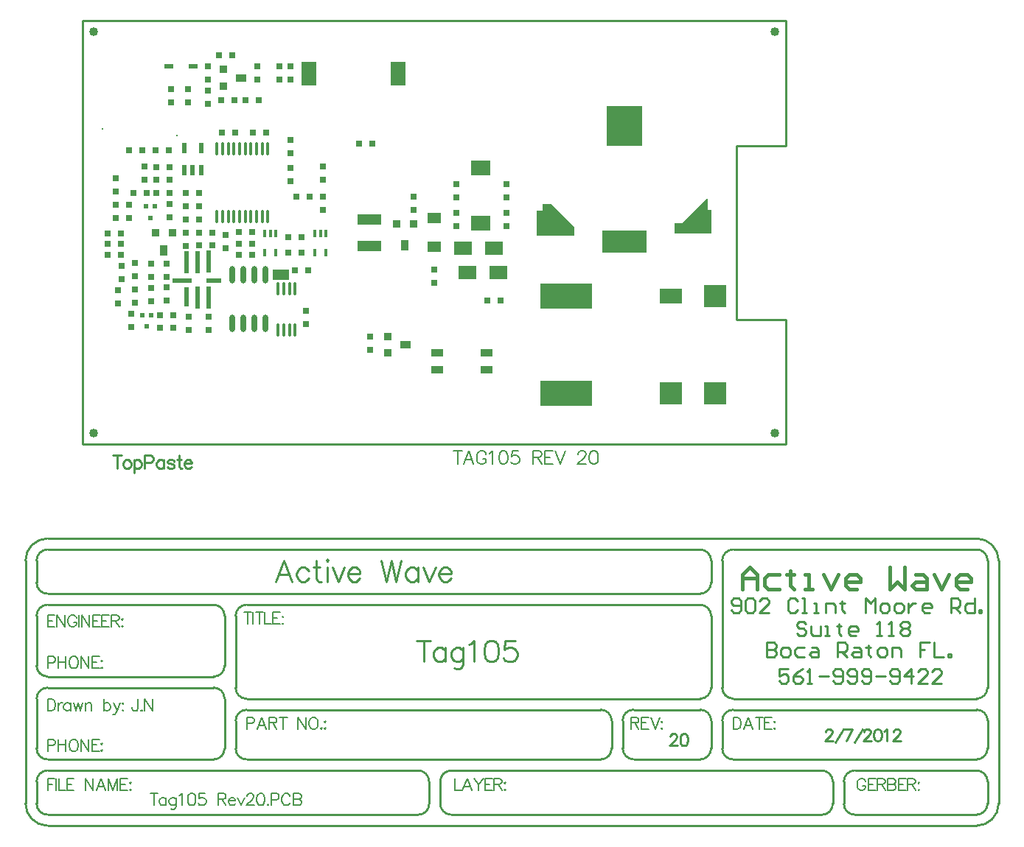
<source format=gtp>
%FSLAX25Y25*%
%MOIN*%
G70*
G01*
G75*
G04 Layer_Color=8421504*
%ADD10R,0.01378X0.03543*%
%ADD11R,0.01378X0.03543*%
%ADD12R,0.05700X0.03500*%
%ADD13R,0.23622X0.11811*%
%ADD14R,0.03000X0.03000*%
%ADD15R,0.05000X0.03600*%
%ADD16R,0.03600X0.03600*%
%ADD17R,0.11000X0.04500*%
%ADD18R,0.03600X0.03600*%
%ADD19R,0.03600X0.05000*%
%ADD20R,0.02000X0.05000*%
%ADD21O,0.01600X0.06000*%
%ADD22R,0.02362X0.02362*%
%ADD23R,0.06299X0.05118*%
%ADD24O,0.01600X0.06000*%
%ADD25R,0.09000X0.02362*%
%ADD26R,0.02362X0.10000*%
%ADD27R,0.07000X0.02362*%
%ADD28R,0.02362X0.09000*%
%ADD29O,0.02400X0.08000*%
%ADD30R,0.10000X0.07000*%
%ADD31R,0.10000X0.10000*%
%ADD32C,0.02000*%
%ADD33R,0.20000X0.10000*%
%ADD34R,0.16000X0.18000*%
%ADD35R,0.09055X0.06693*%
%ADD36R,0.08000X0.06000*%
%ADD37C,0.01200*%
%ADD38R,0.07000X0.11000*%
%ADD39R,0.03000X0.03000*%
%ADD40R,0.03937X0.02165*%
%ADD41C,0.04000*%
%ADD42R,0.07400X0.04500*%
%ADD43C,0.04000*%
%ADD44C,0.01500*%
%ADD45C,0.02500*%
%ADD46C,0.00600*%
%ADD47C,0.01600*%
%ADD48C,0.01000*%
%ADD49C,0.01400*%
%ADD50C,0.00800*%
%ADD51C,0.02000*%
%ADD52C,0.03000*%
%ADD53C,0.07400*%
%ADD54C,0.01200*%
%ADD55C,0.00984*%
%ADD56C,0.00900*%
%ADD57C,0.00500*%
%ADD58C,0.06200*%
%ADD59R,0.06200X0.06200*%
%ADD60C,0.19500*%
%ADD61C,0.07000*%
%ADD62C,0.07800*%
%ADD63C,0.12200*%
%ADD64R,0.05000X0.05000*%
%ADD65C,0.02800*%
%ADD66R,0.07000X0.07000*%
%ADD67C,0.05500*%
%ADD68C,0.00400*%
%ADD69C,0.00600*%
G36*
X217253Y93412D02*
Y89312D01*
X200354D01*
Y100612D01*
X203053D01*
Y103512D01*
X207154D01*
X217253Y93412D01*
D02*
G37*
G36*
X277654Y100912D02*
X279254D01*
Y90312D01*
X262754D01*
Y95012D01*
X265854D01*
X276853Y106012D01*
X277654D01*
Y100912D01*
D02*
G37*
D10*
X82459Y90431D02*
D03*
X105159D02*
D03*
D11*
X82459Y81769D02*
D03*
X77341D02*
D03*
X79900Y90431D02*
D03*
X77341D02*
D03*
X100041D02*
D03*
X102600D02*
D03*
X100041Y81769D02*
D03*
X105159D02*
D03*
D12*
X177800Y28750D02*
D03*
Y36450D02*
D03*
X155200Y28550D02*
D03*
Y36450D02*
D03*
D13*
X213500Y62047D02*
D03*
Y17953D02*
D03*
D14*
X125000Y37500D02*
D03*
Y43500D02*
D03*
X34900Y149559D02*
D03*
Y155559D02*
D03*
X26100Y65500D02*
D03*
Y59500D02*
D03*
X103600Y101100D02*
D03*
Y107100D02*
D03*
X47600Y102600D02*
D03*
Y96600D02*
D03*
X154000Y74000D02*
D03*
Y68000D02*
D03*
X15900Y97200D02*
D03*
Y103200D02*
D03*
X103500Y120600D02*
D03*
Y114600D02*
D03*
X9900Y115200D02*
D03*
Y109200D02*
D03*
Y103200D02*
D03*
Y97200D02*
D03*
X11100Y64694D02*
D03*
Y58694D02*
D03*
X33100Y76600D02*
D03*
Y70600D02*
D03*
X144500Y101000D02*
D03*
Y107000D02*
D03*
X41600Y96600D02*
D03*
Y102600D02*
D03*
X186500Y99500D02*
D03*
Y93500D02*
D03*
Y106500D02*
D03*
Y112500D02*
D03*
X164000Y99500D02*
D03*
Y93500D02*
D03*
Y112500D02*
D03*
Y106500D02*
D03*
X96087Y49300D02*
D03*
Y55300D02*
D03*
X34200Y97500D02*
D03*
Y103500D02*
D03*
X22900Y114700D02*
D03*
Y120700D02*
D03*
X89000Y114000D02*
D03*
Y120000D02*
D03*
X17100Y48100D02*
D03*
Y54100D02*
D03*
X52041Y46659D02*
D03*
Y52659D02*
D03*
X89000Y126500D02*
D03*
Y132500D02*
D03*
X43041Y46659D02*
D03*
Y52659D02*
D03*
X33000Y60100D02*
D03*
Y66100D02*
D03*
X18500Y59100D02*
D03*
Y65100D02*
D03*
X18600Y71100D02*
D03*
Y77100D02*
D03*
X51500Y160000D02*
D03*
Y166000D02*
D03*
X74000Y160000D02*
D03*
Y166000D02*
D03*
X84000Y160000D02*
D03*
Y166000D02*
D03*
X89000Y160000D02*
D03*
Y166000D02*
D03*
X41600Y84800D02*
D03*
Y90800D02*
D03*
X59600Y83600D02*
D03*
Y89600D02*
D03*
X12500Y75500D02*
D03*
Y69500D02*
D03*
X26100Y76600D02*
D03*
Y70600D02*
D03*
X42500Y155500D02*
D03*
Y149500D02*
D03*
X51500Y149000D02*
D03*
Y155000D02*
D03*
D15*
X66500Y160700D02*
D03*
X140900Y39900D02*
D03*
D16*
X58500Y157000D02*
D03*
Y164500D02*
D03*
X132900Y43700D02*
D03*
Y36200D02*
D03*
D17*
X124500Y84500D02*
D03*
Y96500D02*
D03*
D18*
X144500Y94500D02*
D03*
X137020D02*
D03*
X28100Y90800D02*
D03*
X35600D02*
D03*
D19*
X140760Y85051D02*
D03*
X31800Y82800D02*
D03*
D20*
X48600Y119100D02*
D03*
X44800D02*
D03*
X48600Y129100D02*
D03*
X41100D02*
D03*
Y119100D02*
D03*
D21*
X60887Y97891D02*
D03*
X71123D02*
D03*
X58328Y128600D02*
D03*
X60887D02*
D03*
X76241D02*
D03*
X66005D02*
D03*
X58328Y97891D02*
D03*
X55769Y128600D02*
D03*
X78800D02*
D03*
X76241Y97891D02*
D03*
X73682D02*
D03*
X71123Y128600D02*
D03*
X68564Y97891D02*
D03*
X66005D02*
D03*
X73682Y128600D02*
D03*
X63446D02*
D03*
X78800Y97891D02*
D03*
X68564Y128600D02*
D03*
X63446Y97891D02*
D03*
X55769D02*
D03*
D22*
X22100Y53300D02*
D03*
X26037D02*
D03*
X24069Y48182D02*
D03*
X25668Y97382D02*
D03*
X27637Y102500D02*
D03*
X23700D02*
D03*
D23*
X154015Y84204D02*
D03*
Y97196D02*
D03*
D24*
X85982Y65400D02*
D03*
X91100Y46715D02*
D03*
X88541Y65400D02*
D03*
X91100D02*
D03*
X83423Y46715D02*
D03*
X88541D02*
D03*
X85982D02*
D03*
X83423Y65400D02*
D03*
D25*
X40107Y69032D02*
D03*
D26*
X42100Y77400D02*
D03*
X47100D02*
D03*
X52000Y77500D02*
D03*
X52100Y61194D02*
D03*
X47100D02*
D03*
D27*
X54307Y69032D02*
D03*
D28*
X42100Y61694D02*
D03*
D29*
X77800Y49500D02*
D03*
X67800Y71500D02*
D03*
X77800D02*
D03*
X72800D02*
D03*
X62800D02*
D03*
X72800Y49500D02*
D03*
X67800D02*
D03*
X62800D02*
D03*
D30*
X261000Y62000D02*
D03*
D31*
Y18000D02*
D03*
X281000D02*
D03*
Y62000D02*
D03*
D32*
X208353Y94512D02*
D03*
X271354Y95012D02*
D03*
D33*
X239854Y86512D02*
D03*
D34*
Y138900D02*
D03*
D35*
X175000Y120098D02*
D03*
Y94902D02*
D03*
D36*
X169000Y72500D02*
D03*
X183000D02*
D03*
X181000Y83500D02*
D03*
X167000D02*
D03*
D37*
X37600Y134500D02*
D03*
X3900Y137800D02*
D03*
D38*
X137700Y162500D02*
D03*
X97300D02*
D03*
D39*
X71500Y91000D02*
D03*
X65500D02*
D03*
X56500Y171000D02*
D03*
X62500D02*
D03*
X74500Y150500D02*
D03*
X68500D02*
D03*
X63500D02*
D03*
X57500D02*
D03*
X41600Y108600D02*
D03*
X47600D02*
D03*
X184000Y60000D02*
D03*
X178000D02*
D03*
X47600Y90600D02*
D03*
X53600D02*
D03*
X21900Y128100D02*
D03*
X15900D02*
D03*
X34200Y120300D02*
D03*
X28200D02*
D03*
X34200Y114500D02*
D03*
X28200D02*
D03*
X29900Y53400D02*
D03*
X35900D02*
D03*
X28200Y108500D02*
D03*
X34200D02*
D03*
X71500Y80500D02*
D03*
X65500D02*
D03*
X6400Y90400D02*
D03*
X12400D02*
D03*
X71500Y85500D02*
D03*
X65500D02*
D03*
X36041Y47659D02*
D03*
X30041D02*
D03*
X18000Y108800D02*
D03*
X24000D02*
D03*
X120000Y131000D02*
D03*
X126000D02*
D03*
X97600Y107100D02*
D03*
X91600D02*
D03*
X72100Y136100D02*
D03*
X78100D02*
D03*
X58000Y136000D02*
D03*
X64000D02*
D03*
X97000Y73500D02*
D03*
X91000D02*
D03*
X28100Y128100D02*
D03*
X34100D02*
D03*
X53500Y85000D02*
D03*
X47500D02*
D03*
X88000Y88500D02*
D03*
X94000D02*
D03*
X88000Y81500D02*
D03*
X94000D02*
D03*
X6400Y80500D02*
D03*
X12400D02*
D03*
X6400Y85500D02*
D03*
X12400D02*
D03*
D40*
X44894Y166000D02*
D03*
X34106D02*
D03*
D41*
X0Y0D02*
D03*
X308000Y181500D02*
D03*
X0D02*
D03*
X308000Y0D02*
D03*
D42*
X84600Y71800D02*
D03*
D44*
X293352Y-70690D02*
Y-64025D01*
X296685Y-60693D01*
X300017Y-64025D01*
Y-70690D01*
Y-65691D01*
X293352D01*
X310014Y-64025D02*
X305015D01*
X303349Y-65691D01*
Y-69024D01*
X305015Y-70690D01*
X310014D01*
X315012Y-62359D02*
Y-64025D01*
X313346D01*
X316678D01*
X315012D01*
Y-69024D01*
X316678Y-70690D01*
X321676D02*
X325009D01*
X323342D01*
Y-64025D01*
X321676D01*
X330007D02*
X333339Y-70690D01*
X336672Y-64025D01*
X345002Y-70690D02*
X341670D01*
X340004Y-69024D01*
Y-65691D01*
X341670Y-64025D01*
X345002D01*
X346668Y-65691D01*
Y-67357D01*
X340004D01*
X359997Y-60693D02*
Y-70690D01*
X363330Y-67357D01*
X366662Y-70690D01*
Y-60693D01*
X371660Y-64025D02*
X374992D01*
X376659Y-65691D01*
Y-70690D01*
X371660D01*
X369994Y-69024D01*
X371660Y-67357D01*
X376659D01*
X379991Y-64025D02*
X383323Y-70690D01*
X386655Y-64025D01*
X394986Y-70690D02*
X391654D01*
X389988Y-69024D01*
Y-65691D01*
X391654Y-64025D01*
X394986D01*
X396652Y-65691D01*
Y-67357D01*
X389988D01*
D46*
X164501Y-8097D02*
Y-14100D01*
X162500Y-8097D02*
X166502D01*
X171790Y-14100D02*
X169503Y-8097D01*
X167216Y-14100D01*
X168074Y-12099D02*
X170932D01*
X177478Y-9527D02*
X177192Y-8955D01*
X176620Y-8383D01*
X176049Y-8097D01*
X174906D01*
X174334Y-8383D01*
X173762Y-8955D01*
X173476Y-9527D01*
X173190Y-10384D01*
Y-11813D01*
X173476Y-12671D01*
X173762Y-13242D01*
X174334Y-13814D01*
X174906Y-14100D01*
X176049D01*
X176620Y-13814D01*
X177192Y-13242D01*
X177478Y-12671D01*
Y-11813D01*
X176049D02*
X177478D01*
X178850Y-9241D02*
X179422Y-8955D01*
X180279Y-8097D01*
Y-14100D01*
X184967Y-8097D02*
X184109Y-8383D01*
X183538Y-9241D01*
X183252Y-10670D01*
Y-11527D01*
X183538Y-12957D01*
X184109Y-13814D01*
X184967Y-14100D01*
X185539D01*
X186396Y-13814D01*
X186968Y-12957D01*
X187254Y-11527D01*
Y-10670D01*
X186968Y-9241D01*
X186396Y-8383D01*
X185539Y-8097D01*
X184967D01*
X192027D02*
X189169D01*
X188883Y-10670D01*
X189169Y-10384D01*
X190026Y-10098D01*
X190884D01*
X191742Y-10384D01*
X192313Y-10956D01*
X192599Y-11813D01*
Y-12385D01*
X192313Y-13242D01*
X191742Y-13814D01*
X190884Y-14100D01*
X190026D01*
X189169Y-13814D01*
X188883Y-13528D01*
X188597Y-12957D01*
X198659Y-8097D02*
Y-14100D01*
Y-8097D02*
X201231D01*
X202089Y-8383D01*
X202375Y-8669D01*
X202661Y-9241D01*
Y-9812D01*
X202375Y-10384D01*
X202089Y-10670D01*
X201231Y-10956D01*
X198659D01*
X200660D02*
X202661Y-14100D01*
X207720Y-8097D02*
X204004D01*
Y-14100D01*
X207720D01*
X204004Y-10956D02*
X206291D01*
X208720Y-8097D02*
X211007Y-14100D01*
X213294Y-8097D02*
X211007Y-14100D01*
X219068Y-9527D02*
Y-9241D01*
X219354Y-8669D01*
X219639Y-8383D01*
X220211Y-8097D01*
X221355D01*
X221926Y-8383D01*
X222212Y-8669D01*
X222498Y-9241D01*
Y-9812D01*
X222212Y-10384D01*
X221640Y-11242D01*
X218782Y-14100D01*
X222784D01*
X225842Y-8097D02*
X224985Y-8383D01*
X224413Y-9241D01*
X224127Y-10670D01*
Y-11527D01*
X224413Y-12957D01*
X224985Y-13814D01*
X225842Y-14100D01*
X226414D01*
X227272Y-13814D01*
X227843Y-12957D01*
X228129Y-11527D01*
Y-10670D01*
X227843Y-9241D01*
X227272Y-8383D01*
X226414Y-8097D01*
X225842D01*
D48*
X-5000Y186500D02*
X313000D01*
Y130000D02*
Y186500D01*
X290500Y62000D02*
Y122900D01*
X313000Y-5000D02*
Y51400D01*
X-5000Y-5000D02*
X313000D01*
X-5000D02*
Y186500D01*
X299000Y51400D02*
X313000D01*
X290500D02*
Y63000D01*
Y51400D02*
X302000D01*
X290500Y121500D02*
Y130000D01*
X313000D01*
X404192Y-130118D02*
G03*
X399292Y-125218I-4900J0D01*
G01*
X289192D02*
G03*
X284192Y-130218I0J-5000D01*
G01*
X399192Y-120218D02*
G03*
X404192Y-115218I0J5000D01*
G01*
X284192D02*
G03*
X289192Y-120218I5000J0D01*
G01*
X-20808Y-47718D02*
G03*
X-30808Y-57718I0J-10000D01*
G01*
Y-167618D02*
G03*
X-20884Y-177716I10100J0D01*
G01*
X399192Y-177718D02*
G03*
X409192Y-167718I0J10000D01*
G01*
Y-57718D02*
G03*
X399192Y-47718I-10000J0D01*
G01*
X404192Y-57618D02*
G03*
X399121Y-52721I-4900J0D01*
G01*
X399192Y-147718D02*
G03*
X404192Y-142718I0J5000D01*
G01*
X404192Y-157630D02*
G03*
X399192Y-152717I-5000J-87D01*
G01*
Y-172718D02*
G03*
X404192Y-167718I0J5000D01*
G01*
X274192Y-147718D02*
G03*
X279192Y-142718I0J5000D01*
G01*
X284192Y-142818D02*
G03*
X289177Y-147717I4900J0D01*
G01*
X279192Y-130118D02*
G03*
X274292Y-125218I-4900J0D01*
G01*
X-25808Y-167718D02*
G03*
X-20895Y-172717I5000J0D01*
G01*
X274279Y-120218D02*
G03*
X279193Y-115218I-87J5000D01*
G01*
X-20808Y-152718D02*
G03*
X-25808Y-157718I0J-5000D01*
G01*
X279192Y-82718D02*
G03*
X274192Y-77718I-5000J0D01*
G01*
Y-72718D02*
G03*
X279192Y-67718I0J5000D01*
G01*
X289192Y-52718D02*
G03*
X284192Y-57718I0J-5000D01*
G01*
X279192D02*
G03*
X274192Y-52718I-5000J0D01*
G01*
X-20808D02*
G03*
X-25808Y-57718I0J-5000D01*
G01*
Y-67718D02*
G03*
X-20808Y-72718I5000J0D01*
G01*
Y-77718D02*
G03*
X-25808Y-82718I0J-5000D01*
G01*
Y-105218D02*
G03*
X-20808Y-110218I5000J0D01*
G01*
Y-115218D02*
G03*
X-25808Y-120218I0J-5000D01*
G01*
Y-142718D02*
G03*
X-20895Y-147717I5000J0D01*
G01*
X69192Y-77718D02*
G03*
X64192Y-82718I0J-5000D01*
G01*
X69192Y-125218D02*
G03*
X64192Y-130218I0J-5000D01*
G01*
X243992Y-125218D02*
G03*
X239199Y-130269I0J-4800D01*
G01*
X239192Y-142618D02*
G03*
X244203Y-147717I5100J0D01*
G01*
X229292Y-147718D02*
G03*
X234191Y-142732I0J4900D01*
G01*
X234192Y-130118D02*
G03*
X229292Y-125218I-4900J0D01*
G01*
X54292Y-147718D02*
G03*
X59192Y-142818I0J4900D01*
G01*
X64192D02*
G03*
X69092Y-147718I4900J0D01*
G01*
X64192Y-115318D02*
G03*
X69092Y-120218I4900J0D01*
G01*
X59192Y-120118D02*
G03*
X54121Y-115221I-4900J0D01*
G01*
X54392Y-110218D02*
G03*
X59192Y-105418I0J4800D01*
G01*
Y-82618D02*
G03*
X54292Y-77718I-4900J0D01*
G01*
X344192Y-152718D02*
G03*
X339192Y-157718I0J-5000D01*
G01*
Y-167818D02*
G03*
X344178Y-172717I4900J0D01*
G01*
X329308Y-172718D02*
G03*
X334190Y-167750I84J4800D01*
G01*
X334192Y-157718D02*
G03*
X329192Y-152718I-5000J0D01*
G01*
X156692Y-167718D02*
G03*
X161605Y-172717I5000J0D01*
G01*
X161692Y-152718D02*
G03*
X156692Y-157718I0J-5000D01*
G01*
X146808Y-172718D02*
G03*
X151690Y-167750I84J4800D01*
G01*
X151692Y-157718D02*
G03*
X146692Y-152718I-5000J0D01*
G01*
X404192Y-142718D02*
Y-130118D01*
X284192Y-142718D02*
Y-130218D01*
X404192Y-115218D02*
Y-57718D01*
X284192Y-115218D02*
Y-57718D01*
X-30808Y-167718D02*
Y-57718D01*
X-25808Y-167718D02*
Y-157718D01*
X404192Y-167718D02*
Y-157718D01*
X279192Y-142718D02*
Y-130218D01*
X239192Y-142718D02*
Y-130218D01*
X64192Y-142718D02*
Y-130218D01*
X234192Y-142718D02*
Y-130218D01*
X64192Y-115218D02*
Y-82718D01*
X279192Y-115218D02*
Y-82718D01*
Y-67718D02*
Y-57718D01*
X-25808Y-67718D02*
Y-57718D01*
X59192Y-105218D02*
Y-82718D01*
X-25808Y-105218D02*
Y-82718D01*
X59192Y-142718D02*
Y-120218D01*
X-25808Y-142718D02*
Y-120218D01*
X409192Y-167718D02*
Y-57718D01*
X339192Y-167718D02*
Y-157718D01*
X334192Y-167718D02*
Y-157718D01*
X156692Y-167718D02*
Y-157718D01*
X151692Y-167718D02*
Y-157718D01*
X289192Y-125218D02*
X399192D01*
X289192Y-120218D02*
X399192D01*
X69192D02*
X274192D01*
X289192Y-52718D02*
X399192D01*
X289192Y-147718D02*
X399192D01*
X244192Y-125218D02*
X274192D01*
X244192Y-147718D02*
X274192D01*
X69192D02*
X229192D01*
X69192Y-125218D02*
X229192D01*
X69192Y-77718D02*
X274192D01*
X-20808Y-72718D02*
X274192D01*
X-20808Y-77718D02*
X54192D01*
X-20808Y-110218D02*
X54192D01*
X-20808Y-115218D02*
X54192D01*
X-20808Y-147718D02*
X54192D01*
X-20808Y-47718D02*
X399192D01*
X-20808Y-177718D02*
X399192D01*
X-20808Y-52718D02*
X274192D01*
X344192Y-152718D02*
X399192D01*
X344192Y-172718D02*
X399192D01*
X161692Y-152718D02*
X329192D01*
X-20808D02*
X146692D01*
X-20808Y-172718D02*
X146692D01*
X161692D02*
X329192D01*
X322117Y-86358D02*
X321051Y-85292D01*
X318919D01*
X317852Y-86358D01*
Y-87424D01*
X318919Y-88491D01*
X321051D01*
X322117Y-89557D01*
Y-90623D01*
X321051Y-91690D01*
X318919D01*
X317852Y-90623D01*
X324250Y-87424D02*
Y-90623D01*
X325317Y-91690D01*
X328516D01*
Y-87424D01*
X330648Y-91690D02*
X332781D01*
X331714D01*
Y-87424D01*
X330648D01*
X337046Y-86358D02*
Y-87424D01*
X335980D01*
X338112D01*
X337046D01*
Y-90623D01*
X338112Y-91690D01*
X344510D02*
X342378D01*
X341311Y-90623D01*
Y-88491D01*
X342378Y-87424D01*
X344510D01*
X345577Y-88491D01*
Y-89557D01*
X341311D01*
X354107Y-91690D02*
X356240D01*
X355173D01*
Y-85292D01*
X354107Y-86358D01*
X359439Y-91690D02*
X361571D01*
X360505D01*
Y-85292D01*
X359439Y-86358D01*
X364770D02*
X365837Y-85292D01*
X367969D01*
X369036Y-86358D01*
Y-87424D01*
X367969Y-88491D01*
X369036Y-89557D01*
Y-90623D01*
X367969Y-91690D01*
X365837D01*
X364770Y-90623D01*
Y-89557D01*
X365837Y-88491D01*
X364770Y-87424D01*
Y-86358D01*
X365837Y-88491D02*
X367969D01*
X314118Y-106792D02*
X309852D01*
Y-109991D01*
X311985Y-108924D01*
X313051D01*
X314118Y-109991D01*
Y-112123D01*
X313051Y-113190D01*
X310919D01*
X309852Y-112123D01*
X320515Y-106792D02*
X318383Y-107858D01*
X316250Y-109991D01*
Y-112123D01*
X317317Y-113190D01*
X319449D01*
X320515Y-112123D01*
Y-111057D01*
X319449Y-109991D01*
X316250D01*
X322648Y-113190D02*
X324781D01*
X323714D01*
Y-106792D01*
X322648Y-107858D01*
X327980Y-109991D02*
X332245D01*
X334378Y-112123D02*
X335444Y-113190D01*
X337577D01*
X338643Y-112123D01*
Y-107858D01*
X337577Y-106792D01*
X335444D01*
X334378Y-107858D01*
Y-108924D01*
X335444Y-109991D01*
X338643D01*
X340776Y-112123D02*
X341842Y-113190D01*
X343974D01*
X345041Y-112123D01*
Y-107858D01*
X343974Y-106792D01*
X341842D01*
X340776Y-107858D01*
Y-108924D01*
X341842Y-109991D01*
X345041D01*
X347174Y-112123D02*
X348240Y-113190D01*
X350373D01*
X351439Y-112123D01*
Y-107858D01*
X350373Y-106792D01*
X348240D01*
X347174Y-107858D01*
Y-108924D01*
X348240Y-109991D01*
X351439D01*
X353571D02*
X357837D01*
X359969Y-112123D02*
X361036Y-113190D01*
X363168D01*
X364235Y-112123D01*
Y-107858D01*
X363168Y-106792D01*
X361036D01*
X359969Y-107858D01*
Y-108924D01*
X361036Y-109991D01*
X364235D01*
X369566Y-113190D02*
Y-106792D01*
X366367Y-109991D01*
X370633D01*
X377030Y-113190D02*
X372765D01*
X377030Y-108924D01*
Y-107858D01*
X375964Y-106792D01*
X373832D01*
X372765Y-107858D01*
X383428Y-113190D02*
X379163D01*
X383428Y-108924D01*
Y-107858D01*
X382362Y-106792D01*
X380229D01*
X379163Y-107858D01*
X288352Y-80123D02*
X289419Y-81190D01*
X291551D01*
X292618Y-80123D01*
Y-75858D01*
X291551Y-74792D01*
X289419D01*
X288352Y-75858D01*
Y-76925D01*
X289419Y-77991D01*
X292618D01*
X294750Y-75858D02*
X295816Y-74792D01*
X297949D01*
X299015Y-75858D01*
Y-80123D01*
X297949Y-81190D01*
X295816D01*
X294750Y-80123D01*
Y-75858D01*
X305413Y-81190D02*
X301148D01*
X305413Y-76925D01*
Y-75858D01*
X304347Y-74792D01*
X302214D01*
X301148Y-75858D01*
X318209D02*
X317143Y-74792D01*
X315010D01*
X313944Y-75858D01*
Y-80123D01*
X315010Y-81190D01*
X317143D01*
X318209Y-80123D01*
X320342Y-81190D02*
X322475D01*
X321408D01*
Y-74792D01*
X320342D01*
X325674Y-81190D02*
X327806D01*
X326740D01*
Y-76925D01*
X325674D01*
X331005Y-81190D02*
Y-76925D01*
X334204D01*
X335270Y-77991D01*
Y-81190D01*
X338469Y-75858D02*
Y-76925D01*
X337403D01*
X339536D01*
X338469D01*
Y-80123D01*
X339536Y-81190D01*
X349133D02*
Y-74792D01*
X351265Y-76925D01*
X353398Y-74792D01*
Y-81190D01*
X356597D02*
X358730D01*
X359796Y-80123D01*
Y-77991D01*
X358730Y-76925D01*
X356597D01*
X355531Y-77991D01*
Y-80123D01*
X356597Y-81190D01*
X362995D02*
X365127D01*
X366194Y-80123D01*
Y-77991D01*
X365127Y-76925D01*
X362995D01*
X361928Y-77991D01*
Y-80123D01*
X362995Y-81190D01*
X368326Y-76925D02*
Y-81190D01*
Y-79057D01*
X369393Y-77991D01*
X370459Y-76925D01*
X371525D01*
X377923Y-81190D02*
X375791D01*
X374724Y-80123D01*
Y-77991D01*
X375791Y-76925D01*
X377923D01*
X378990Y-77991D01*
Y-79057D01*
X374724D01*
X387520Y-81190D02*
Y-74792D01*
X390719D01*
X391785Y-75858D01*
Y-77991D01*
X390719Y-79057D01*
X387520D01*
X389653D02*
X391785Y-81190D01*
X398183Y-74792D02*
Y-81190D01*
X394984D01*
X393918Y-80123D01*
Y-77991D01*
X394984Y-76925D01*
X398183D01*
X400316Y-81190D02*
Y-80123D01*
X401382D01*
Y-81190D01*
X400316D01*
X304352Y-94792D02*
Y-101190D01*
X307551D01*
X308617Y-100123D01*
Y-99057D01*
X307551Y-97991D01*
X304352D01*
X307551D01*
X308617Y-96925D01*
Y-95858D01*
X307551Y-94792D01*
X304352D01*
X311817Y-101190D02*
X313949D01*
X315016Y-100123D01*
Y-97991D01*
X313949Y-96925D01*
X311817D01*
X310750Y-97991D01*
Y-100123D01*
X311817Y-101190D01*
X321413Y-96925D02*
X318214D01*
X317148Y-97991D01*
Y-100123D01*
X318214Y-101190D01*
X321413D01*
X324612Y-96925D02*
X326745D01*
X327811Y-97991D01*
Y-101190D01*
X324612D01*
X323546Y-100123D01*
X324612Y-99057D01*
X327811D01*
X336342Y-101190D02*
Y-94792D01*
X339541D01*
X340607Y-95858D01*
Y-97991D01*
X339541Y-99057D01*
X336342D01*
X338474D02*
X340607Y-101190D01*
X343806Y-96925D02*
X345939D01*
X347005Y-97991D01*
Y-101190D01*
X343806D01*
X342740Y-100123D01*
X343806Y-99057D01*
X347005D01*
X350204Y-95858D02*
Y-96925D01*
X349138D01*
X351270D01*
X350204D01*
Y-100123D01*
X351270Y-101190D01*
X355536D02*
X357668D01*
X358735Y-100123D01*
Y-97991D01*
X357668Y-96925D01*
X355536D01*
X354469Y-97991D01*
Y-100123D01*
X355536Y-101190D01*
X360867D02*
Y-96925D01*
X364066D01*
X365133Y-97991D01*
Y-101190D01*
X377928Y-94792D02*
X373663D01*
Y-97991D01*
X375796D01*
X373663D01*
Y-101190D01*
X380061Y-94792D02*
Y-101190D01*
X384326D01*
X386459D02*
Y-100123D01*
X387525D01*
Y-101190D01*
X386459D01*
D50*
X20028Y-120491D02*
Y-124554D01*
X19774Y-125315D01*
X19520Y-125569D01*
X19012Y-125823D01*
X18504D01*
X17996Y-125569D01*
X17742Y-125315D01*
X17489Y-124554D01*
Y-124046D01*
X21653Y-125315D02*
X21399Y-125569D01*
X21653Y-125823D01*
X21907Y-125569D01*
X21653Y-125315D01*
X23075Y-120491D02*
Y-125823D01*
Y-120491D02*
X26629Y-125823D01*
Y-120491D02*
Y-125823D01*
D55*
X10501Y-10097D02*
Y-16100D01*
X8500Y-10097D02*
X12502D01*
X14646Y-12098D02*
X14074Y-12384D01*
X13502Y-12956D01*
X13216Y-13813D01*
Y-14385D01*
X13502Y-15243D01*
X14074Y-15814D01*
X14646Y-16100D01*
X15503D01*
X16075Y-15814D01*
X16646Y-15243D01*
X16932Y-14385D01*
Y-13813D01*
X16646Y-12956D01*
X16075Y-12384D01*
X15503Y-12098D01*
X14646D01*
X18247D02*
Y-18101D01*
Y-12956D02*
X18819Y-12384D01*
X19390Y-12098D01*
X20248D01*
X20820Y-12384D01*
X21391Y-12956D01*
X21677Y-13813D01*
Y-14385D01*
X21391Y-15243D01*
X20820Y-15814D01*
X20248Y-16100D01*
X19390D01*
X18819Y-15814D01*
X18247Y-15243D01*
X22964Y-13242D02*
X25536D01*
X26394Y-12956D01*
X26680Y-12670D01*
X26965Y-12098D01*
Y-11241D01*
X26680Y-10669D01*
X26394Y-10383D01*
X25536Y-10097D01*
X22964D01*
Y-16100D01*
X31739Y-12098D02*
Y-16100D01*
Y-12956D02*
X31167Y-12384D01*
X30595Y-12098D01*
X29738D01*
X29166Y-12384D01*
X28595Y-12956D01*
X28309Y-13813D01*
Y-14385D01*
X28595Y-15243D01*
X29166Y-15814D01*
X29738Y-16100D01*
X30595D01*
X31167Y-15814D01*
X31739Y-15243D01*
X36484Y-12956D02*
X36198Y-12384D01*
X35340Y-12098D01*
X34483D01*
X33625Y-12384D01*
X33340Y-12956D01*
X33625Y-13527D01*
X34197Y-13813D01*
X35626Y-14099D01*
X36198Y-14385D01*
X36484Y-14957D01*
Y-15243D01*
X36198Y-15814D01*
X35340Y-16100D01*
X34483D01*
X33625Y-15814D01*
X33340Y-15243D01*
X38599Y-10097D02*
Y-14957D01*
X38885Y-15814D01*
X39456Y-16100D01*
X40028D01*
X37742Y-12098D02*
X39742D01*
X40886Y-13813D02*
X44316D01*
Y-13242D01*
X44030Y-12670D01*
X43744Y-12384D01*
X43172Y-12098D01*
X42315D01*
X41743Y-12384D01*
X41172Y-12956D01*
X40886Y-13813D01*
Y-14385D01*
X41172Y-15243D01*
X41743Y-15814D01*
X42315Y-16100D01*
X43172D01*
X43744Y-15814D01*
X44316Y-15243D01*
D56*
X330923Y-135201D02*
Y-134947D01*
X331177Y-134439D01*
X331431Y-134185D01*
X331939Y-133931D01*
X332954D01*
X333462Y-134185D01*
X333716Y-134439D01*
X333970Y-134947D01*
Y-135455D01*
X333716Y-135963D01*
X333208Y-136724D01*
X330669Y-139264D01*
X334224D01*
X335417Y-140025D02*
X338972Y-133931D01*
X342882D02*
X340343Y-139264D01*
X339328Y-133931D02*
X342882D01*
X344076Y-140025D02*
X347631Y-133931D01*
X348240Y-135201D02*
Y-134947D01*
X348494Y-134439D01*
X348748Y-134185D01*
X349256Y-133931D01*
X350272D01*
X350779Y-134185D01*
X351033Y-134439D01*
X351287Y-134947D01*
Y-135455D01*
X351033Y-135963D01*
X350525Y-136724D01*
X347986Y-139264D01*
X351541D01*
X354258Y-133931D02*
X353496Y-134185D01*
X352988Y-134947D01*
X352734Y-136217D01*
Y-136978D01*
X352988Y-138248D01*
X353496Y-139010D01*
X354258Y-139264D01*
X354766D01*
X355528Y-139010D01*
X356035Y-138248D01*
X356289Y-136978D01*
Y-136217D01*
X356035Y-134947D01*
X355528Y-134185D01*
X354766Y-133931D01*
X354258D01*
X357483Y-134947D02*
X357991Y-134693D01*
X358752Y-133931D01*
Y-139264D01*
X361647Y-135201D02*
Y-134947D01*
X361901Y-134439D01*
X362155Y-134185D01*
X362663Y-133931D01*
X363678D01*
X364186Y-134185D01*
X364440Y-134439D01*
X364694Y-134947D01*
Y-135455D01*
X364440Y-135963D01*
X363932Y-136724D01*
X361393Y-139264D01*
X364948D01*
X260696Y-137405D02*
Y-137151D01*
X260950Y-136643D01*
X261204Y-136389D01*
X261712Y-136135D01*
X262727D01*
X263235Y-136389D01*
X263489Y-136643D01*
X263743Y-137151D01*
Y-137659D01*
X263489Y-138167D01*
X262981Y-138928D01*
X260442Y-141468D01*
X263997D01*
X266714Y-136135D02*
X265952Y-136389D01*
X265444Y-137151D01*
X265190Y-138421D01*
Y-139182D01*
X265444Y-140452D01*
X265952Y-141214D01*
X266714Y-141468D01*
X267221D01*
X267983Y-141214D01*
X268491Y-140452D01*
X268745Y-139182D01*
Y-138421D01*
X268491Y-137151D01*
X267983Y-136389D01*
X267221Y-136135D01*
X266714D01*
X89505Y-67218D02*
X85848Y-57620D01*
X82192Y-67218D01*
X83563Y-64018D02*
X88134D01*
X97229Y-62190D02*
X96315Y-61276D01*
X95401Y-60819D01*
X94029D01*
X93115Y-61276D01*
X92201Y-62190D01*
X91744Y-63561D01*
Y-64475D01*
X92201Y-65847D01*
X93115Y-66761D01*
X94029Y-67218D01*
X95401D01*
X96315Y-66761D01*
X97229Y-65847D01*
X100656Y-57620D02*
Y-65390D01*
X101114Y-66761D01*
X102028Y-67218D01*
X102942D01*
X99285Y-60819D02*
X102485D01*
X105227Y-57620D02*
X105684Y-58077D01*
X106141Y-57620D01*
X105684Y-57163D01*
X105227Y-57620D01*
X105684Y-60819D02*
Y-67218D01*
X107832Y-60819D02*
X110574Y-67218D01*
X113317Y-60819D02*
X110574Y-67218D01*
X114871Y-63561D02*
X120355D01*
Y-62647D01*
X119898Y-61733D01*
X119441Y-61276D01*
X118527Y-60819D01*
X117156D01*
X116242Y-61276D01*
X115328Y-62190D01*
X114871Y-63561D01*
Y-64475D01*
X115328Y-65847D01*
X116242Y-66761D01*
X117156Y-67218D01*
X118527D01*
X119441Y-66761D01*
X120355Y-65847D01*
X129953Y-57620D02*
X132238Y-67218D01*
X134523Y-57620D02*
X132238Y-67218D01*
X134523Y-57620D02*
X136809Y-67218D01*
X139094Y-57620D02*
X136809Y-67218D01*
X146498Y-60819D02*
Y-67218D01*
Y-62190D02*
X145584Y-61276D01*
X144670Y-60819D01*
X143299D01*
X142385Y-61276D01*
X141471Y-62190D01*
X141014Y-63561D01*
Y-64475D01*
X141471Y-65847D01*
X142385Y-66761D01*
X143299Y-67218D01*
X144670D01*
X145584Y-66761D01*
X146498Y-65847D01*
X149058Y-60819D02*
X151800Y-67218D01*
X154542Y-60819D02*
X151800Y-67218D01*
X156096Y-63561D02*
X161581D01*
Y-62647D01*
X161124Y-61733D01*
X160667Y-61276D01*
X159752Y-60819D01*
X158381D01*
X157467Y-61276D01*
X156553Y-62190D01*
X156096Y-63561D01*
Y-64475D01*
X156553Y-65847D01*
X157467Y-66761D01*
X158381Y-67218D01*
X159752D01*
X160667Y-66761D01*
X161581Y-65847D01*
X149199Y-93902D02*
Y-103500D01*
X146000Y-93902D02*
X152399D01*
X159026Y-97101D02*
Y-103500D01*
Y-98472D02*
X158112Y-97558D01*
X157198Y-97101D01*
X155826D01*
X154912Y-97558D01*
X153998Y-98472D01*
X153541Y-99844D01*
Y-100758D01*
X153998Y-102129D01*
X154912Y-103043D01*
X155826Y-103500D01*
X157198D01*
X158112Y-103043D01*
X159026Y-102129D01*
X167070Y-97101D02*
Y-104414D01*
X166613Y-105785D01*
X166156Y-106242D01*
X165242Y-106699D01*
X163871D01*
X162956Y-106242D01*
X167070Y-98472D02*
X166156Y-97558D01*
X165242Y-97101D01*
X163871D01*
X162956Y-97558D01*
X162042Y-98472D01*
X161585Y-99844D01*
Y-100758D01*
X162042Y-102129D01*
X162956Y-103043D01*
X163871Y-103500D01*
X165242D01*
X166156Y-103043D01*
X167070Y-102129D01*
X169629Y-95730D02*
X170543Y-95273D01*
X171914Y-93902D01*
Y-103500D01*
X179410Y-93902D02*
X178039Y-94359D01*
X177125Y-95730D01*
X176668Y-98015D01*
Y-99387D01*
X177125Y-101672D01*
X178039Y-103043D01*
X179410Y-103500D01*
X180324D01*
X181695Y-103043D01*
X182609Y-101672D01*
X183066Y-99387D01*
Y-98015D01*
X182609Y-95730D01*
X181695Y-94359D01*
X180324Y-93902D01*
X179410D01*
X190699D02*
X186128D01*
X185671Y-98015D01*
X186128Y-97558D01*
X187500Y-97101D01*
X188871D01*
X190242Y-97558D01*
X191156Y-98472D01*
X191613Y-99844D01*
Y-100758D01*
X191156Y-102129D01*
X190242Y-103043D01*
X188871Y-103500D01*
X187500D01*
X186128Y-103043D01*
X185671Y-102586D01*
X185214Y-101672D01*
D57*
X289192Y-128636D02*
Y-133968D01*
Y-128636D02*
X290969D01*
X291731Y-128889D01*
X292239Y-129397D01*
X292493Y-129905D01*
X292747Y-130667D01*
Y-131936D01*
X292493Y-132698D01*
X292239Y-133206D01*
X291731Y-133714D01*
X290969Y-133968D01*
X289192D01*
X298003D02*
X295971Y-128636D01*
X293940Y-133968D01*
X294702Y-132190D02*
X297241D01*
X301024Y-128636D02*
Y-133968D01*
X299247Y-128636D02*
X302802D01*
X306737D02*
X303437D01*
Y-133968D01*
X306737D01*
X303437Y-131175D02*
X305468D01*
X307880Y-130413D02*
X307626Y-130667D01*
X307880Y-130921D01*
X308134Y-130667D01*
X307880Y-130413D01*
Y-133460D02*
X307626Y-133714D01*
X307880Y-133968D01*
X308134Y-133714D01*
X307880Y-133460D01*
X242942Y-128636D02*
Y-133968D01*
Y-128636D02*
X245227D01*
X245989Y-128889D01*
X246243Y-129143D01*
X246497Y-129651D01*
Y-130159D01*
X246243Y-130667D01*
X245989Y-130921D01*
X245227Y-131175D01*
X242942D01*
X244719D02*
X246497Y-133968D01*
X250991Y-128636D02*
X247690D01*
Y-133968D01*
X250991D01*
X247690Y-131175D02*
X249722D01*
X251880Y-128636D02*
X253911Y-133968D01*
X255943Y-128636D02*
X253911Y-133968D01*
X256882Y-130413D02*
X256628Y-130667D01*
X256882Y-130921D01*
X257136Y-130667D01*
X256882Y-130413D01*
Y-133460D02*
X256628Y-133714D01*
X256882Y-133968D01*
X257136Y-133714D01*
X256882Y-133460D01*
X-20808Y-103928D02*
X-18523D01*
X-17761Y-103675D01*
X-17507Y-103421D01*
X-17253Y-102913D01*
Y-102151D01*
X-17507Y-101643D01*
X-17761Y-101389D01*
X-18523Y-101136D01*
X-20808D01*
Y-106468D01*
X-16060Y-101136D02*
Y-106468D01*
X-12505Y-101136D02*
Y-106468D01*
X-16060Y-103675D02*
X-12505D01*
X-9509Y-101136D02*
X-10017Y-101389D01*
X-10524Y-101897D01*
X-10778Y-102405D01*
X-11032Y-103167D01*
Y-104436D01*
X-10778Y-105198D01*
X-10524Y-105706D01*
X-10017Y-106214D01*
X-9509Y-106468D01*
X-8493D01*
X-7985Y-106214D01*
X-7478Y-105706D01*
X-7224Y-105198D01*
X-6970Y-104436D01*
Y-103167D01*
X-7224Y-102405D01*
X-7478Y-101897D01*
X-7985Y-101389D01*
X-8493Y-101136D01*
X-9509D01*
X-5725D02*
Y-106468D01*
Y-101136D02*
X-2171Y-106468D01*
Y-101136D02*
Y-106468D01*
X2603Y-101136D02*
X-698D01*
Y-106468D01*
X2603D01*
X-698Y-103675D02*
X1333D01*
X3746Y-102913D02*
X3492Y-103167D01*
X3746Y-103421D01*
X3999Y-103167D01*
X3746Y-102913D01*
Y-105960D02*
X3492Y-106214D01*
X3746Y-106468D01*
X3999Y-106214D01*
X3746Y-105960D01*
X-20808Y-141428D02*
X-18523D01*
X-17761Y-141175D01*
X-17507Y-140921D01*
X-17253Y-140413D01*
Y-139651D01*
X-17507Y-139143D01*
X-17761Y-138889D01*
X-18523Y-138636D01*
X-20808D01*
Y-143968D01*
X-16060Y-138636D02*
Y-143968D01*
X-12505Y-138636D02*
Y-143968D01*
X-16060Y-141175D02*
X-12505D01*
X-9509Y-138636D02*
X-10017Y-138889D01*
X-10524Y-139397D01*
X-10778Y-139905D01*
X-11032Y-140667D01*
Y-141936D01*
X-10778Y-142698D01*
X-10524Y-143206D01*
X-10017Y-143714D01*
X-9509Y-143968D01*
X-8493D01*
X-7985Y-143714D01*
X-7478Y-143206D01*
X-7224Y-142698D01*
X-6970Y-141936D01*
Y-140667D01*
X-7224Y-139905D01*
X-7478Y-139397D01*
X-7985Y-138889D01*
X-8493Y-138636D01*
X-9509D01*
X-5725D02*
Y-143968D01*
Y-138636D02*
X-2171Y-143968D01*
Y-138636D02*
Y-143968D01*
X2603Y-138636D02*
X-698D01*
Y-143968D01*
X2603D01*
X-698Y-141175D02*
X1333D01*
X3746Y-140413D02*
X3492Y-140667D01*
X3746Y-140921D01*
X3999Y-140667D01*
X3746Y-140413D01*
Y-143460D02*
X3492Y-143714D01*
X3746Y-143968D01*
X3999Y-143714D01*
X3746Y-143460D01*
X163192Y-156386D02*
Y-161718D01*
X166239D01*
X170886D02*
X168854Y-156386D01*
X166823Y-161718D01*
X167585Y-159940D02*
X170124D01*
X172130Y-156386D02*
X174161Y-158925D01*
Y-161718D01*
X176192Y-156386D02*
X174161Y-158925D01*
X180179Y-156386D02*
X176878D01*
Y-161718D01*
X180179D01*
X176878Y-158925D02*
X178909D01*
X181068Y-156386D02*
Y-161718D01*
Y-156386D02*
X183353D01*
X184115Y-156639D01*
X184369Y-156893D01*
X184622Y-157401D01*
Y-157909D01*
X184369Y-158417D01*
X184115Y-158671D01*
X183353Y-158925D01*
X181068D01*
X182845D02*
X184622Y-161718D01*
X186070Y-158163D02*
X185816Y-158417D01*
X186070Y-158671D01*
X186324Y-158417D01*
X186070Y-158163D01*
Y-161210D02*
X185816Y-161464D01*
X186070Y-161718D01*
X186324Y-161464D01*
X186070Y-161210D01*
X-17507Y-82385D02*
X-20808D01*
Y-87718D01*
X-17507D01*
X-20808Y-84925D02*
X-18777D01*
X-16618Y-82385D02*
Y-87718D01*
Y-82385D02*
X-13064Y-87718D01*
Y-82385D02*
Y-87718D01*
X-7782Y-83655D02*
X-8036Y-83147D01*
X-8544Y-82639D01*
X-9052Y-82385D01*
X-10067D01*
X-10575Y-82639D01*
X-11083Y-83147D01*
X-11337Y-83655D01*
X-11591Y-84417D01*
Y-85686D01*
X-11337Y-86448D01*
X-11083Y-86956D01*
X-10575Y-87464D01*
X-10067Y-87718D01*
X-9052D01*
X-8544Y-87464D01*
X-8036Y-86956D01*
X-7782Y-86448D01*
Y-85686D01*
X-9052D02*
X-7782D01*
X-6563Y-82385D02*
Y-87718D01*
X-5446Y-82385D02*
Y-87718D01*
Y-82385D02*
X-1891Y-87718D01*
Y-82385D02*
Y-87718D01*
X2882Y-82385D02*
X-419D01*
Y-87718D01*
X2882D01*
X-419Y-84925D02*
X1613D01*
X7072Y-82385D02*
X3771D01*
Y-87718D01*
X7072D01*
X3771Y-84925D02*
X5802D01*
X7961Y-82385D02*
Y-87718D01*
Y-82385D02*
X10246D01*
X11008Y-82639D01*
X11261Y-82893D01*
X11515Y-83401D01*
Y-83909D01*
X11261Y-84417D01*
X11008Y-84671D01*
X10246Y-84925D01*
X7961D01*
X9738D02*
X11515Y-87718D01*
X12963Y-84163D02*
X12709Y-84417D01*
X12963Y-84671D01*
X13217Y-84417D01*
X12963Y-84163D01*
Y-87210D02*
X12709Y-87464D01*
X12963Y-87718D01*
X13217Y-87464D01*
X12963Y-87210D01*
X69192Y-131429D02*
X71477D01*
X72239Y-131175D01*
X72493Y-130921D01*
X72747Y-130413D01*
Y-129651D01*
X72493Y-129143D01*
X72239Y-128889D01*
X71477Y-128636D01*
X69192D01*
Y-133968D01*
X78003D02*
X75972Y-128636D01*
X73940Y-133968D01*
X74702Y-132190D02*
X77241D01*
X79247Y-128636D02*
Y-133968D01*
Y-128636D02*
X81532D01*
X82294Y-128889D01*
X82548Y-129143D01*
X82802Y-129651D01*
Y-130159D01*
X82548Y-130667D01*
X82294Y-130921D01*
X81532Y-131175D01*
X79247D01*
X81024D02*
X82802Y-133968D01*
X85773Y-128636D02*
Y-133968D01*
X83995Y-128636D02*
X87550D01*
X92374D02*
Y-133968D01*
Y-128636D02*
X95929Y-133968D01*
Y-128636D02*
Y-133968D01*
X98926Y-128636D02*
X98418Y-128889D01*
X97910Y-129397D01*
X97656Y-129905D01*
X97402Y-130667D01*
Y-131936D01*
X97656Y-132698D01*
X97910Y-133206D01*
X98418Y-133714D01*
X98926Y-133968D01*
X99941D01*
X100449Y-133714D01*
X100957Y-133206D01*
X101211Y-132698D01*
X101465Y-131936D01*
Y-130667D01*
X101211Y-129905D01*
X100957Y-129397D01*
X100449Y-128889D01*
X99941Y-128636D01*
X98926D01*
X102963Y-133460D02*
X102709Y-133714D01*
X102963Y-133968D01*
X103217Y-133714D01*
X102963Y-133460D01*
X104639Y-130413D02*
X104385Y-130667D01*
X104639Y-130921D01*
X104893Y-130667D01*
X104639Y-130413D01*
Y-133460D02*
X104385Y-133714D01*
X104639Y-133968D01*
X104893Y-133714D01*
X104639Y-133460D01*
X69719Y-81135D02*
Y-86468D01*
X67942Y-81135D02*
X71497D01*
X72132D02*
Y-86468D01*
X75026Y-81135D02*
Y-86468D01*
X73249Y-81135D02*
X76804D01*
X77438D02*
Y-86468D01*
X80485D01*
X84370Y-81135D02*
X81069D01*
Y-86468D01*
X84370D01*
X81069Y-83675D02*
X83101D01*
X85513Y-82913D02*
X85259Y-83167D01*
X85513Y-83421D01*
X85767Y-83167D01*
X85513Y-82913D01*
Y-85960D02*
X85259Y-86214D01*
X85513Y-86468D01*
X85767Y-86214D01*
X85513Y-85960D01*
X-20808Y-120386D02*
Y-125718D01*
Y-120386D02*
X-19031D01*
X-18269Y-120639D01*
X-17761Y-121147D01*
X-17507Y-121655D01*
X-17253Y-122417D01*
Y-123686D01*
X-17507Y-124448D01*
X-17761Y-124956D01*
X-18269Y-125464D01*
X-19031Y-125718D01*
X-20808D01*
X-16060Y-122163D02*
Y-125718D01*
Y-123686D02*
X-15806Y-122925D01*
X-15298Y-122417D01*
X-14790Y-122163D01*
X-14029D01*
X-10499D02*
Y-125718D01*
Y-122925D02*
X-11007Y-122417D01*
X-11515Y-122163D01*
X-12276D01*
X-12784Y-122417D01*
X-13292Y-122925D01*
X-13546Y-123686D01*
Y-124194D01*
X-13292Y-124956D01*
X-12784Y-125464D01*
X-12276Y-125718D01*
X-11515D01*
X-11007Y-125464D01*
X-10499Y-124956D01*
X-9077Y-122163D02*
X-8061Y-125718D01*
X-7046Y-122163D02*
X-8061Y-125718D01*
X-7046Y-122163D02*
X-6030Y-125718D01*
X-5015Y-122163D02*
X-6030Y-125718D01*
X-3770Y-122163D02*
Y-125718D01*
Y-123179D02*
X-3008Y-122417D01*
X-2501Y-122163D01*
X-1739D01*
X-1231Y-122417D01*
X-977Y-123179D01*
Y-125718D01*
X4609Y-120386D02*
Y-125718D01*
Y-122925D02*
X5117Y-122417D01*
X5625Y-122163D01*
X6386D01*
X6894Y-122417D01*
X7402Y-122925D01*
X7656Y-123686D01*
Y-124194D01*
X7402Y-124956D01*
X6894Y-125464D01*
X6386Y-125718D01*
X5625D01*
X5117Y-125464D01*
X4609Y-124956D01*
X9052Y-122163D02*
X10576Y-125718D01*
X12099Y-122163D02*
X10576Y-125718D01*
X10068Y-126733D01*
X9560Y-127241D01*
X9052Y-127495D01*
X8799D01*
X13242Y-122163D02*
X12988Y-122417D01*
X13242Y-122671D01*
X13496Y-122417D01*
X13242Y-122163D01*
Y-125210D02*
X12988Y-125464D01*
X13242Y-125718D01*
X13496Y-125464D01*
X13242Y-125210D01*
X-20808Y-156386D02*
Y-161718D01*
Y-156386D02*
X-17507D01*
X-20808Y-158925D02*
X-18777D01*
X-16898Y-156386D02*
Y-161718D01*
X-15780Y-156386D02*
Y-161718D01*
X-12733D01*
X-8849Y-156386D02*
X-12150D01*
Y-161718D01*
X-8849D01*
X-12150Y-158925D02*
X-10118D01*
X-3770Y-156386D02*
Y-161718D01*
Y-156386D02*
X-216Y-161718D01*
Y-156386D02*
Y-161718D01*
X5320D02*
X3289Y-156386D01*
X1257Y-161718D01*
X2019Y-159940D02*
X4558D01*
X6564Y-156386D02*
Y-161718D01*
Y-156386D02*
X8595Y-161718D01*
X10627Y-156386D02*
X8595Y-161718D01*
X10627Y-156386D02*
Y-161718D01*
X15451Y-156386D02*
X12150D01*
Y-161718D01*
X15451D01*
X12150Y-158925D02*
X14182D01*
X16594Y-158163D02*
X16340Y-158417D01*
X16594Y-158671D01*
X16848Y-158417D01*
X16594Y-158163D01*
Y-161210D02*
X16340Y-161464D01*
X16594Y-161718D01*
X16848Y-161464D01*
X16594Y-161210D01*
X349001Y-157655D02*
X348747Y-157147D01*
X348239Y-156639D01*
X347731Y-156386D01*
X346715D01*
X346208Y-156639D01*
X345700Y-157147D01*
X345446Y-157655D01*
X345192Y-158417D01*
Y-159686D01*
X345446Y-160448D01*
X345700Y-160956D01*
X346208Y-161464D01*
X346715Y-161718D01*
X347731D01*
X348239Y-161464D01*
X348747Y-160956D01*
X349001Y-160448D01*
Y-159686D01*
X347731D02*
X349001D01*
X353520Y-156386D02*
X350219D01*
Y-161718D01*
X353520D01*
X350219Y-158925D02*
X352251D01*
X354409Y-156386D02*
Y-161718D01*
Y-156386D02*
X356694D01*
X357456Y-156639D01*
X357710Y-156893D01*
X357964Y-157401D01*
Y-157909D01*
X357710Y-158417D01*
X357456Y-158671D01*
X356694Y-158925D01*
X354409D01*
X356187D02*
X357964Y-161718D01*
X359157Y-156386D02*
Y-161718D01*
Y-156386D02*
X361443D01*
X362204Y-156639D01*
X362458Y-156893D01*
X362712Y-157401D01*
Y-157909D01*
X362458Y-158417D01*
X362204Y-158671D01*
X361443Y-158925D01*
X359157D02*
X361443D01*
X362204Y-159178D01*
X362458Y-159432D01*
X362712Y-159940D01*
Y-160702D01*
X362458Y-161210D01*
X362204Y-161464D01*
X361443Y-161718D01*
X359157D01*
X367206Y-156386D02*
X363906D01*
Y-161718D01*
X367206D01*
X363906Y-158925D02*
X365937D01*
X368095Y-156386D02*
Y-161718D01*
Y-156386D02*
X370380D01*
X371142Y-156639D01*
X371396Y-156893D01*
X371650Y-157401D01*
Y-157909D01*
X371396Y-158417D01*
X371142Y-158671D01*
X370380Y-158925D01*
X368095D01*
X369873D02*
X371650Y-161718D01*
X373097Y-158163D02*
X372843Y-158417D01*
X373097Y-158671D01*
X373351Y-158417D01*
X373097Y-158163D01*
Y-161210D02*
X372843Y-161464D01*
X373097Y-161718D01*
X373351Y-161464D01*
X373097Y-161210D01*
X27277Y-163168D02*
Y-168500D01*
X25500Y-163168D02*
X29055D01*
X32737Y-164945D02*
Y-168500D01*
Y-165707D02*
X32229Y-165199D01*
X31721Y-164945D01*
X30959D01*
X30451Y-165199D01*
X29943Y-165707D01*
X29690Y-166469D01*
Y-166976D01*
X29943Y-167738D01*
X30451Y-168246D01*
X30959Y-168500D01*
X31721D01*
X32229Y-168246D01*
X32737Y-167738D01*
X37205Y-164945D02*
Y-169008D01*
X36952Y-169770D01*
X36698Y-170024D01*
X36190Y-170277D01*
X35428D01*
X34920Y-170024D01*
X37205Y-165707D02*
X36698Y-165199D01*
X36190Y-164945D01*
X35428D01*
X34920Y-165199D01*
X34412Y-165707D01*
X34159Y-166469D01*
Y-166976D01*
X34412Y-167738D01*
X34920Y-168246D01*
X35428Y-168500D01*
X36190D01*
X36698Y-168246D01*
X37205Y-167738D01*
X38627Y-164183D02*
X39135Y-163929D01*
X39897Y-163168D01*
Y-168500D01*
X44061Y-163168D02*
X43299Y-163422D01*
X42792Y-164183D01*
X42538Y-165453D01*
Y-166215D01*
X42792Y-167484D01*
X43299Y-168246D01*
X44061Y-168500D01*
X44569D01*
X45331Y-168246D01*
X45839Y-167484D01*
X46093Y-166215D01*
Y-165453D01*
X45839Y-164183D01*
X45331Y-163422D01*
X44569Y-163168D01*
X44061D01*
X50333D02*
X47794D01*
X47540Y-165453D01*
X47794Y-165199D01*
X48555Y-164945D01*
X49317D01*
X50079Y-165199D01*
X50587Y-165707D01*
X50841Y-166469D01*
Y-166976D01*
X50587Y-167738D01*
X50079Y-168246D01*
X49317Y-168500D01*
X48555D01*
X47794Y-168246D01*
X47540Y-167992D01*
X47286Y-167484D01*
X56224Y-163168D02*
Y-168500D01*
Y-163168D02*
X58509D01*
X59271Y-163422D01*
X59525Y-163676D01*
X59778Y-164183D01*
Y-164691D01*
X59525Y-165199D01*
X59271Y-165453D01*
X58509Y-165707D01*
X56224D01*
X58001D02*
X59778Y-168500D01*
X60972Y-166469D02*
X64019D01*
Y-165961D01*
X63765Y-165453D01*
X63511Y-165199D01*
X63003Y-164945D01*
X62242D01*
X61734Y-165199D01*
X61226Y-165707D01*
X60972Y-166469D01*
Y-166976D01*
X61226Y-167738D01*
X61734Y-168246D01*
X62242Y-168500D01*
X63003D01*
X63511Y-168246D01*
X64019Y-167738D01*
X65162Y-164945D02*
X66685Y-168500D01*
X68208Y-164945D02*
X66685Y-168500D01*
X69326Y-164437D02*
Y-164183D01*
X69580Y-163676D01*
X69834Y-163422D01*
X70341Y-163168D01*
X71357D01*
X71865Y-163422D01*
X72119Y-163676D01*
X72373Y-164183D01*
Y-164691D01*
X72119Y-165199D01*
X71611Y-165961D01*
X69072Y-168500D01*
X72627D01*
X75344Y-163168D02*
X74582Y-163422D01*
X74074Y-164183D01*
X73820Y-165453D01*
Y-166215D01*
X74074Y-167484D01*
X74582Y-168246D01*
X75344Y-168500D01*
X75851D01*
X76613Y-168246D01*
X77121Y-167484D01*
X77375Y-166215D01*
Y-165453D01*
X77121Y-164183D01*
X76613Y-163422D01*
X75851Y-163168D01*
X75344D01*
X78822Y-167992D02*
X78568Y-168246D01*
X78822Y-168500D01*
X79076Y-168246D01*
X78822Y-167992D01*
X80244Y-165961D02*
X82529D01*
X83291Y-165707D01*
X83545Y-165453D01*
X83799Y-164945D01*
Y-164183D01*
X83545Y-163676D01*
X83291Y-163422D01*
X82529Y-163168D01*
X80244D01*
Y-168500D01*
X88801Y-164437D02*
X88547Y-163929D01*
X88039Y-163422D01*
X87531Y-163168D01*
X86516D01*
X86008Y-163422D01*
X85500Y-163929D01*
X85246Y-164437D01*
X84992Y-165199D01*
Y-166469D01*
X85246Y-167230D01*
X85500Y-167738D01*
X86008Y-168246D01*
X86516Y-168500D01*
X87531D01*
X88039Y-168246D01*
X88547Y-167738D01*
X88801Y-167230D01*
X90299Y-163168D02*
Y-168500D01*
Y-163168D02*
X92584D01*
X93346Y-163422D01*
X93600Y-163676D01*
X93854Y-164183D01*
Y-164691D01*
X93600Y-165199D01*
X93346Y-165453D01*
X92584Y-165707D01*
X90299D02*
X92584D01*
X93346Y-165961D01*
X93600Y-166215D01*
X93854Y-166723D01*
Y-167484D01*
X93600Y-167992D01*
X93346Y-168246D01*
X92584Y-168500D01*
X90299D01*
M02*

</source>
